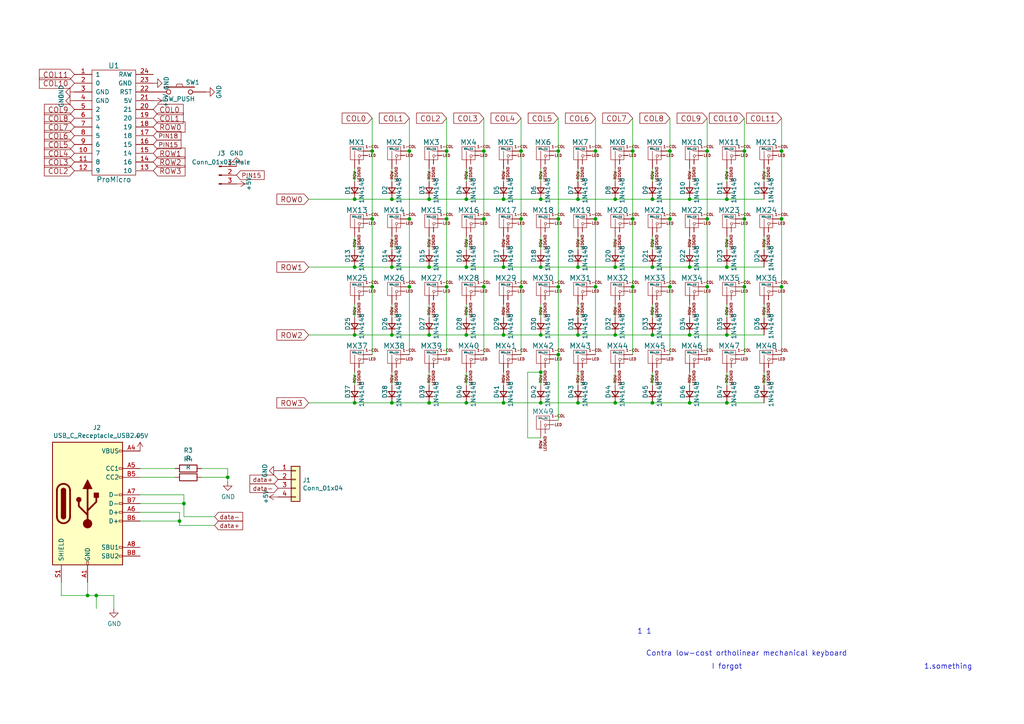
<source format=kicad_sch>
(kicad_sch (version 20211123) (generator eeschema)
  (paper "A4")
  (lib_symbols
    (symbol "Connector:Conn_01x03_Male" (pin_names (offset 1.016) hide)
      (property "Reference" "J" (at 0 5.08 0))
      (property "Value" "Conn_01x03_Male" (at 0 -5.08 0))
      (symbol "Conn_01x03_Male_1_1"
        (pin passive line (at 5.08 2.54 180) (length 3.81) (name "Pin_1") (number "1"))
        (pin passive line (at 5.08 0 180) (length 3.81) (name "Pin_2") (number "2"))
        (pin passive line (at 5.08 -2.54 180) (length 3.81) (name "Pin_3") (number "3"))
      )
    )
    (symbol "Connector:USB_C_Receptacle_USB2.0" (pin_names (offset 1.016))
      (property "Reference" "J" (at -10.16 19.05 0))
      (property "Value" "USB_C_Receptacle_USB2.0" (at 19.05 19.05 0))
      (symbol "USB_C_Receptacle_USB2.0_1_1"
        (pin passive line (at 0 -22.86 90) (length 5.08) (name "GND") (number "A1"))
        (pin passive line (at 0 -22.86 90) (length 5.08) hide (name "GND") (number "A12"))
        (pin passive line (at 15.24 15.24 180) (length 5.08) (name "VBUS") (number "A4"))
        (pin bidirectional line (at 15.24 10.16 180) (length 5.08) (name "CC1") (number "A5"))
        (pin bidirectional line (at 15.24 -2.54 180) (length 5.08) (name "D+") (number "A6"))
        (pin bidirectional line (at 15.24 2.54 180) (length 5.08) (name "D-") (number "A7"))
        (pin bidirectional line (at 15.24 -12.7 180) (length 5.08) (name "SBU1") (number "A8"))
        (pin passive line (at 15.24 15.24 180) (length 5.08) hide (name "VBUS") (number "A9"))
        (pin passive line (at 0 -22.86 90) (length 5.08) hide (name "GND") (number "B1"))
        (pin passive line (at 0 -22.86 90) (length 5.08) hide (name "GND") (number "B12"))
        (pin passive line (at 15.24 15.24 180) (length 5.08) hide (name "VBUS") (number "B4"))
        (pin bidirectional line (at 15.24 7.62 180) (length 5.08) (name "CC2") (number "B5"))
        (pin bidirectional line (at 15.24 -5.08 180) (length 5.08) (name "D+") (number "B6"))
        (pin bidirectional line (at 15.24 0 180) (length 5.08) (name "D-") (number "B7"))
        (pin bidirectional line (at 15.24 -15.24 180) (length 5.08) (name "SBU2") (number "B8"))
        (pin passive line (at 15.24 15.24 180) (length 5.08) hide (name "VBUS") (number "B9"))
        (pin passive line (at -7.62 -22.86 90) (length 5.08) (name "SHIELD") (number "S1"))
      )
    )
    (symbol "Connector_Generic:Conn_01x04" (pin_names (offset 1.016) hide)
      (property "Reference" "J" (at 0 5.08 0))
      (property "Value" "Conn_01x04" (at 0 -7.62 0))
      (symbol "Conn_01x04_1_1"
        (pin passive line (at -5.08 2.54 0) (length 3.81) (name "Pin_1") (number "1"))
        (pin passive line (at -5.08 0 0) (length 3.81) (name "Pin_2") (number "2"))
        (pin passive line (at -5.08 -2.54 0) (length 3.81) (name "Pin_3") (number "3"))
        (pin passive line (at -5.08 -5.08 0) (length 3.81) (name "Pin_4") (number "4"))
      )
    )
    (symbol "Contra-rescue:MX-1U-MX_Alps_Hybrids" (pin_names (offset 1.016))
      (property "Reference" "MX" (at 0 3.175 0))
      (property "Value" "MX-1U-MX_Alps_Hybrids" (at 0 1.27 0))
      (symbol "MX-1U-MX_Alps_Hybrids_0_0"
        (text "1-COL" (at 4.445 1.905 0) (effects (font (size 0.762 0.762))))
        (text "LED" (at 4.445 -0.635 0) (effects (font (size 0.762 0.762))))
        (text "ROW" (at -0.635 -5.08 900) (effects (font (size 0.762 0.762)) (justify right)))
      )
      (symbol "MX-1U-MX_Alps_Hybrids_1_0"
        (text "LEDGND" (at 0.635 -3.81 900) (effects (font (size 0.762 0.762)) (justify right)))
      )
      (symbol "MX-1U-MX_Alps_Hybrids_1_1"
        (pin passive line (at 4.445 0.635 180) (length 2.54) (name "COL") (number "1"))
        (pin passive line (at -0.635 -4.445 90) (length 2.54) (name "ROW") (number "2"))
        (pin passive line (at 3.175 -0.635 180) (length 1.27) (name "LED") (number "3"))
        (pin passive line (at 0.635 -3.175 90) (length 1.27) (name "LEDGND") (number "4"))
      )
    )
    (symbol "Contra-rescue:MX-2U-MX_Alps_Hybrids" (pin_names (offset 1.016))
      (property "Reference" "MX" (at 0 3.175 0))
      (property "Value" "MX-2U-MX_Alps_Hybrids" (at 0 1.27 0))
      (symbol "MX-2U-MX_Alps_Hybrids_0_0"
        (text "1-COL" (at 4.445 1.905 0) (effects (font (size 0.762 0.762))))
        (text "LED" (at 4.445 -0.635 0) (effects (font (size 0.762 0.762))))
        (text "ROW" (at -0.635 -5.08 900) (effects (font (size 0.762 0.762)) (justify right)))
      )
      (symbol "MX-2U-MX_Alps_Hybrids_1_0"
        (text "LEDGND" (at 0.635 -3.81 900) (effects (font (size 0.762 0.762)) (justify right)))
      )
      (symbol "MX-2U-MX_Alps_Hybrids_1_1"
        (pin passive line (at 4.445 0.635 180) (length 2.54) (name "COL") (number "1"))
        (pin passive line (at -0.635 -4.445 90) (length 2.54) (name "ROW") (number "2"))
        (pin passive line (at 3.175 -0.635 180) (length 1.27) (name "LED") (number "3"))
        (pin passive line (at 0.635 -3.175 90) (length 1.27) (name "LEDGND") (number "4"))
      )
    )
    (symbol "Contra-rescue:SW_PUSH-keyboard_parts" (pin_numbers hide) (pin_names (offset 1.016) hide)
      (property "Reference" "SW" (at 3.81 2.794 0))
      (property "Value" "SW_PUSH-keyboard_parts" (at 0 -2.032 0))
      (symbol "SW_PUSH-keyboard_parts_0_1"
        (pin passive inverted (at -7.62 0 0) (length 5.08) (name "1") (number "1"))
        (pin passive inverted (at 7.62 0 180) (length 5.08) (name "2") (number "2"))
      )
    )
    (symbol "Device:D_Small" (pin_numbers hide) (pin_names (offset 0.254) hide)
      (property "Reference" "D" (at -1.27 2.032 0))
      (property "Value" "D_Small" (at -3.81 -2.032 0))
      (symbol "D_Small_1_1"
        (pin passive line (at -2.54 0 0) (length 1.778) (name "K") (number "1"))
        (pin passive line (at 2.54 0 180) (length 1.778) (name "A") (number "2"))
      )
    )
    (symbol "Device:R" (pin_numbers hide) (pin_names (offset 0))
      (property "Reference" "R" (at 2.032 0 90))
      (property "Value" "R" (at 0 0 90))
      (symbol "R_1_1"
        (pin passive line (at 0 3.81 270) (length 1.27) (name "~") (number "1"))
        (pin passive line (at 0 -3.81 90) (length 1.27) (name "~") (number "2"))
      )
    )
    (symbol "arisutea-bt-pcb:power_+5V" (power) (pin_names (offset 0))
      (property "Value" "arisutea-bt-pcb_power_+5V" (at 0 3.556 0))
      (symbol "power_+5V_1_1"
        (pin power_in line (at 0 0 90) (length 0) hide (name "+5V") (number "1"))
      )
    )
    (symbol "arisutea-bt-pcb:power_GND" (power) (pin_names (offset 0))
      (property "Value" "arisutea-bt-pcb_power_GND" (at 0 -3.81 0))
      (symbol "power_GND_1_1"
        (pin power_in line (at 0 0 270) (length 0) hide (name "GND") (number "1"))
      )
    )
    (symbol "josh:ProMicro" (pin_names (offset 1.016))
      (property "Reference" "U" (at 0 26.67 0))
      (property "Value" "ProMicro" (at 0 -6.35 0))
      (symbol "ProMicro_1_1"
        (pin input line (at -11.43 24.13 0) (length 5.08) (name "1") (number "1"))
        (pin input line (at -11.43 1.27 0) (length 5.08) (name "7") (number "10"))
        (pin input line (at -11.43 -1.27 0) (length 5.08) (name "8") (number "11"))
        (pin input line (at -11.43 -3.81 0) (length 5.08) (name "9") (number "12"))
        (pin input line (at 11.43 -3.81 180) (length 5.08) (name "10") (number "13"))
        (pin input line (at 11.43 -1.27 180) (length 5.08) (name "16") (number "14"))
        (pin input line (at 11.43 1.27 180) (length 5.08) (name "14") (number "15"))
        (pin input line (at 11.43 3.81 180) (length 5.08) (name "15") (number "16"))
        (pin input line (at 11.43 6.35 180) (length 5.08) (name "18") (number "17"))
        (pin input line (at 11.43 8.89 180) (length 5.08) (name "19") (number "18"))
        (pin input line (at 11.43 11.43 180) (length 5.08) (name "20") (number "19"))
        (pin input line (at -11.43 21.59 0) (length 5.08) (name "0") (number "2"))
        (pin input line (at 11.43 13.97 180) (length 5.08) (name "21") (number "20"))
        (pin input line (at 11.43 16.51 180) (length 5.08) (name "5V") (number "21"))
        (pin input line (at 11.43 19.05 180) (length 5.08) (name "RST") (number "22"))
        (pin input line (at 11.43 21.59 180) (length 5.08) (name "GND") (number "23"))
        (pin input line (at 11.43 24.13 180) (length 5.08) (name "RAW") (number "24"))
        (pin input line (at -11.43 19.05 0) (length 5.08) (name "GND") (number "3"))
        (pin input line (at -11.43 16.51 0) (length 5.08) (name "GND") (number "4"))
        (pin input line (at -11.43 13.97 0) (length 5.08) (name "2") (number "5"))
        (pin input line (at -11.43 11.43 0) (length 5.08) (name "3") (number "6"))
        (pin input line (at -11.43 8.89 0) (length 5.08) (name "4") (number "7"))
        (pin input line (at -11.43 6.35 0) (length 5.08) (name "5") (number "8"))
        (pin input line (at -11.43 3.81 0) (length 5.08) (name "6") (number "9"))
      )
    )
    (symbol "power:+5V" (power) (pin_names (offset 0))
      (property "Value" "+5V" (at 0 3.556 0))
      (symbol "+5V_1_1"
        (pin power_in line (at 0 0 90) (length 0) hide (name "+5V") (number "1"))
      )
    )
    (symbol "power:GND" (power) (pin_names (offset 0))
      (property "Value" "GND" (at 0 -3.81 0))
      (symbol "GND_1_1"
        (pin power_in line (at 0 0 270) (length 0) hide (name "GND") (number "1"))
      )
    )
  )
  (junction (at 205.105 43.815))
  (junction (at 178.435 116.84))
  (junction (at 53.34 146.05))
  (junction (at 146.05 57.785))
  (junction (at 135.255 57.785))
  (junction (at 200.025 57.785))
  (junction (at 66.04 138.43))
  (junction (at 140.335 83.185))
  (junction (at 156.845 116.84))
  (junction (at 167.64 97.155))
  (junction (at 205.105 83.185))
  (junction (at 151.13 63.5))
  (junction (at 25.4 172.72))
  (junction (at 215.9 83.185))
  (junction (at 194.31 63.5))
  (junction (at 102.87 57.785))
  (junction (at 178.435 57.785))
  (junction (at 161.925 102.87))
  (junction (at 172.72 43.815))
  (junction (at 210.82 116.84))
  (junction (at 194.31 43.815))
  (junction (at 102.87 116.84))
  (junction (at 135.255 116.84))
  (junction (at 210.82 97.155))
  (junction (at 183.515 83.185))
  (junction (at 200.025 77.47))
  (junction (at 129.54 43.815))
  (junction (at 113.665 57.785))
  (junction (at 146.05 77.47))
  (junction (at 178.435 97.155))
  (junction (at 183.515 63.5))
  (junction (at 210.82 57.785))
  (junction (at 226.695 83.185))
  (junction (at 172.72 83.185))
  (junction (at 178.435 77.47))
  (junction (at 135.255 97.155))
  (junction (at 107.95 63.5))
  (junction (at 215.9 43.815))
  (junction (at 151.13 83.185))
  (junction (at 118.745 63.5))
  (junction (at 124.46 116.84))
  (junction (at 189.23 77.47))
  (junction (at 124.46 57.785))
  (junction (at 107.95 43.815))
  (junction (at 140.335 43.815))
  (junction (at 146.05 97.155))
  (junction (at 210.82 77.47))
  (junction (at 215.9 63.5))
  (junction (at 129.54 83.185))
  (junction (at 200.025 116.84))
  (junction (at 172.72 63.5))
  (junction (at 200.025 97.155))
  (junction (at 194.31 83.185))
  (junction (at 161.925 43.815))
  (junction (at 189.23 97.155))
  (junction (at 124.46 77.47))
  (junction (at 140.335 63.5))
  (junction (at 156.845 57.785))
  (junction (at 156.845 97.155))
  (junction (at 52.07 151.13))
  (junction (at 205.105 63.5))
  (junction (at 161.925 63.5))
  (junction (at 167.64 77.47))
  (junction (at 189.23 116.84))
  (junction (at 156.845 77.47))
  (junction (at 167.64 57.785))
  (junction (at 151.13 43.815))
  (junction (at 129.54 63.5))
  (junction (at 183.515 43.815))
  (junction (at 113.665 116.84))
  (junction (at 102.87 97.155))
  (junction (at 135.255 77.47))
  (junction (at 226.695 43.815))
  (junction (at 113.665 97.155))
  (junction (at 161.925 83.185))
  (junction (at 113.665 77.47))
  (junction (at 226.695 63.5))
  (junction (at 27.94 172.72))
  (junction (at 146.05 116.84))
  (junction (at 156.845 107.95))
  (junction (at 118.745 83.185))
  (junction (at 107.95 83.185))
  (junction (at 102.87 77.47))
  (junction (at 118.745 43.815))
  (junction (at 189.23 57.785))
  (junction (at 167.64 116.84))
  (junction (at 124.46 97.155))
  (wire (pts (xy 118.745 34.29) (xy 118.745 43.815)))
  (wire (pts (xy 140.335 43.815) (xy 140.335 63.5)))
  (wire (pts (xy 205.105 34.29) (xy 205.105 43.815)))
  (wire (pts (xy 33.02 172.72) (xy 33.02 176.53)))
  (wire (pts (xy 200.025 88.265) (xy 200.025 92.075)))
  (wire (pts (xy 107.95 43.815) (xy 107.95 63.5)))
  (wire (pts (xy 189.23 97.155) (xy 200.025 97.155)))
  (wire (pts (xy 226.695 34.29) (xy 226.695 43.815)))
  (wire (pts (xy 189.23 48.895) (xy 189.23 52.705)))
  (wire (pts (xy 53.34 143.51) (xy 53.34 146.05)))
  (wire (pts (xy 66.04 138.43) (xy 66.04 139.7)))
  (wire (pts (xy 194.31 43.815) (xy 194.31 63.5)))
  (wire (pts (xy 183.515 83.185) (xy 183.515 102.87)))
  (wire (pts (xy 226.695 83.185) (xy 226.695 102.87)))
  (wire (pts (xy 210.82 68.58) (xy 210.82 72.39)))
  (wire (pts (xy 124.46 116.84) (xy 135.255 116.84)))
  (wire (pts (xy 113.665 57.785) (xy 124.46 57.785)))
  (wire (pts (xy 221.615 107.95) (xy 221.615 111.76)))
  (wire (pts (xy 226.695 43.815) (xy 226.695 63.5)))
  (wire (pts (xy 178.435 97.155) (xy 189.23 97.155)))
  (wire (pts (xy 156.845 107.95) (xy 153.035 107.95)))
  (wire (pts (xy 167.64 88.265) (xy 167.64 92.075)))
  (wire (pts (xy 200.025 107.95) (xy 200.025 111.76)))
  (wire (pts (xy 113.665 77.47) (xy 124.46 77.47)))
  (wire (pts (xy 151.13 34.29) (xy 151.13 43.815)))
  (wire (pts (xy 135.255 68.58) (xy 135.255 72.39)))
  (wire (pts (xy 135.255 107.95) (xy 135.255 111.76)))
  (wire (pts (xy 210.82 57.785) (xy 221.615 57.785)))
  (wire (pts (xy 167.64 77.47) (xy 178.435 77.47)))
  (wire (pts (xy 27.94 172.72) (xy 27.94 176.53)))
  (wire (pts (xy 200.025 97.155) (xy 210.82 97.155)))
  (wire (pts (xy 189.23 88.265) (xy 189.23 92.075)))
  (wire (pts (xy 167.64 97.155) (xy 178.435 97.155)))
  (wire (pts (xy 156.845 57.785) (xy 167.64 57.785)))
  (wire (pts (xy 89.535 57.785) (xy 102.87 57.785)))
  (wire (pts (xy 53.34 149.86) (xy 62.23 149.86)))
  (wire (pts (xy 146.05 57.785) (xy 156.845 57.785)))
  (wire (pts (xy 124.46 68.58) (xy 124.46 72.39)))
  (wire (pts (xy 210.82 116.84) (xy 221.615 116.84)))
  (wire (pts (xy 178.435 107.95) (xy 178.435 111.76)))
  (wire (pts (xy 167.64 48.895) (xy 167.64 52.705)))
  (wire (pts (xy 25.4 168.91) (xy 25.4 172.72)))
  (wire (pts (xy 167.64 107.95) (xy 167.64 111.76)))
  (wire (pts (xy 200.025 116.84) (xy 210.82 116.84)))
  (wire (pts (xy 58.42 138.43) (xy 66.04 138.43)))
  (wire (pts (xy 135.255 116.84) (xy 146.05 116.84)))
  (wire (pts (xy 129.54 63.5) (xy 129.54 83.185)))
  (wire (pts (xy 52.07 152.4) (xy 62.23 152.4)))
  (wire (pts (xy 135.255 88.265) (xy 135.255 92.075)))
  (wire (pts (xy 140.335 34.29) (xy 140.335 43.815)))
  (wire (pts (xy 102.87 107.95) (xy 102.87 111.76)))
  (wire (pts (xy 183.515 43.815) (xy 183.515 63.5)))
  (wire (pts (xy 129.54 34.29) (xy 129.54 43.815)))
  (wire (pts (xy 183.515 63.5) (xy 183.515 83.185)))
  (wire (pts (xy 124.46 107.95) (xy 124.46 111.76)))
  (wire (pts (xy 221.615 68.58) (xy 221.615 72.39)))
  (wire (pts (xy 215.9 34.29) (xy 215.9 43.815)))
  (wire (pts (xy 135.255 97.155) (xy 146.05 97.155)))
  (wire (pts (xy 178.435 57.785) (xy 189.23 57.785)))
  (wire (pts (xy 40.64 138.43) (xy 50.8 138.43)))
  (wire (pts (xy 167.64 57.785) (xy 178.435 57.785)))
  (wire (pts (xy 205.105 63.5) (xy 205.105 83.185)))
  (wire (pts (xy 215.9 43.815) (xy 215.9 63.5)))
  (wire (pts (xy 151.13 63.5) (xy 151.13 83.185)))
  (wire (pts (xy 205.105 83.185) (xy 205.105 102.87)))
  (wire (pts (xy 167.64 116.84) (xy 178.435 116.84)))
  (wire (pts (xy 178.435 77.47) (xy 189.23 77.47)))
  (wire (pts (xy 146.05 77.47) (xy 156.845 77.47)))
  (wire (pts (xy 124.46 88.265) (xy 124.46 92.075)))
  (wire (pts (xy 226.695 63.5) (xy 226.695 83.185)))
  (wire (pts (xy 161.925 102.87) (xy 161.925 121.92)))
  (wire (pts (xy 135.255 48.895) (xy 135.255 52.705)))
  (wire (pts (xy 40.64 146.05) (xy 53.34 146.05)))
  (wire (pts (xy 146.05 88.265) (xy 146.05 92.075)))
  (wire (pts (xy 124.46 57.785) (xy 135.255 57.785)))
  (wire (pts (xy 151.13 43.815) (xy 151.13 63.5)))
  (wire (pts (xy 178.435 116.84) (xy 189.23 116.84)))
  (wire (pts (xy 172.72 83.185) (xy 172.72 102.87)))
  (wire (pts (xy 52.07 148.59) (xy 52.07 151.13)))
  (wire (pts (xy 53.34 146.05) (xy 53.34 149.86)))
  (wire (pts (xy 200.025 77.47) (xy 210.82 77.47)))
  (wire (pts (xy 135.255 77.47) (xy 146.05 77.47)))
  (wire (pts (xy 102.87 97.155) (xy 113.665 97.155)))
  (wire (pts (xy 107.95 34.29) (xy 107.95 43.815)))
  (wire (pts (xy 118.745 63.5) (xy 118.745 83.185)))
  (wire (pts (xy 140.335 83.185) (xy 140.335 102.87)))
  (wire (pts (xy 102.87 57.785) (xy 113.665 57.785)))
  (wire (pts (xy 146.05 97.155) (xy 156.845 97.155)))
  (wire (pts (xy 40.64 151.13) (xy 52.07 151.13)))
  (wire (pts (xy 189.23 68.58) (xy 189.23 72.39)))
  (wire (pts (xy 172.72 43.815) (xy 172.72 63.5)))
  (wire (pts (xy 210.82 77.47) (xy 221.615 77.47)))
  (wire (pts (xy 172.72 63.5) (xy 172.72 83.185)))
  (wire (pts (xy 215.9 83.185) (xy 215.9 102.87)))
  (wire (pts (xy 156.845 97.155) (xy 167.64 97.155)))
  (wire (pts (xy 89.535 97.155) (xy 102.87 97.155)))
  (wire (pts (xy 102.87 48.895) (xy 102.87 52.705)))
  (wire (pts (xy 40.64 148.59) (xy 52.07 148.59)))
  (wire (pts (xy 58.42 135.89) (xy 66.04 135.89)))
  (wire (pts (xy 89.535 116.84) (xy 102.87 116.84)))
  (wire (pts (xy 113.665 48.895) (xy 113.665 52.705)))
  (wire (pts (xy 189.23 107.95) (xy 189.23 111.76)))
  (wire (pts (xy 17.78 172.72) (xy 25.4 172.72)))
  (wire (pts (xy 210.82 97.155) (xy 221.615 97.155)))
  (wire (pts (xy 189.23 57.785) (xy 200.025 57.785)))
  (wire (pts (xy 40.64 135.89) (xy 50.8 135.89)))
  (wire (pts (xy 102.87 88.265) (xy 102.87 92.075)))
  (wire (pts (xy 183.515 34.29) (xy 183.515 43.815)))
  (wire (pts (xy 107.95 83.185) (xy 107.95 102.87)))
  (wire (pts (xy 189.23 116.84) (xy 200.025 116.84)))
  (wire (pts (xy 140.335 63.5) (xy 140.335 83.185)))
  (wire (pts (xy 215.9 63.5) (xy 215.9 83.185)))
  (wire (pts (xy 124.46 77.47) (xy 135.255 77.47)))
  (wire (pts (xy 178.435 48.895) (xy 178.435 52.705)))
  (wire (pts (xy 52.07 151.13) (xy 52.07 152.4)))
  (wire (pts (xy 161.925 34.29) (xy 161.925 43.815)))
  (wire (pts (xy 113.665 97.155) (xy 124.46 97.155)))
  (wire (pts (xy 146.05 48.895) (xy 146.05 52.705)))
  (wire (pts (xy 161.925 63.5) (xy 161.925 83.185)))
  (wire (pts (xy 135.255 57.785) (xy 146.05 57.785)))
  (wire (pts (xy 221.615 88.265) (xy 221.615 92.075)))
  (wire (pts (xy 113.665 116.84) (xy 124.46 116.84)))
  (wire (pts (xy 200.025 57.785) (xy 210.82 57.785)))
  (wire (pts (xy 200.025 48.895) (xy 200.025 52.705)))
  (wire (pts (xy 146.05 107.95) (xy 146.05 111.76)))
  (wire (pts (xy 113.665 88.265) (xy 113.665 92.075)))
  (wire (pts (xy 156.845 116.84) (xy 167.64 116.84)))
  (wire (pts (xy 89.535 77.47) (xy 102.87 77.47)))
  (wire (pts (xy 124.46 97.155) (xy 135.255 97.155)))
  (wire (pts (xy 210.82 88.265) (xy 210.82 92.075)))
  (wire (pts (xy 178.435 88.265) (xy 178.435 92.075)))
  (wire (pts (xy 156.845 68.58) (xy 156.845 72.39)))
  (wire (pts (xy 194.31 63.5) (xy 194.31 83.185)))
  (wire (pts (xy 156.845 48.895) (xy 156.845 52.705)))
  (wire (pts (xy 129.54 83.185) (xy 129.54 102.87)))
  (wire (pts (xy 172.72 34.29) (xy 172.72 43.815)))
  (wire (pts (xy 146.05 116.84) (xy 156.845 116.84)))
  (wire (pts (xy 25.4 172.72) (xy 27.94 172.72)))
  (wire (pts (xy 161.925 43.815) (xy 161.925 63.5)))
  (wire (pts (xy 102.87 68.58) (xy 102.87 72.39)))
  (wire (pts (xy 167.64 68.58) (xy 167.64 72.39)))
  (wire (pts (xy 194.31 34.29) (xy 194.31 43.815)))
  (wire (pts (xy 153.035 107.95) (xy 153.035 127)))
  (wire (pts (xy 66.04 135.89) (xy 66.04 138.43)))
  (wire (pts (xy 102.87 116.84) (xy 113.665 116.84)))
  (wire (pts (xy 151.13 83.185) (xy 151.13 102.87)))
  (wire (pts (xy 156.845 77.47) (xy 167.64 77.47)))
  (wire (pts (xy 124.46 48.895) (xy 124.46 52.705)))
  (wire (pts (xy 113.665 107.95) (xy 113.665 111.76)))
  (wire (pts (xy 200.025 68.58) (xy 200.025 72.39)))
  (wire (pts (xy 107.95 63.5) (xy 107.95 83.185)))
  (wire (pts (xy 102.87 77.47) (xy 113.665 77.47)))
  (wire (pts (xy 210.82 48.895) (xy 210.82 52.705)))
  (wire (pts (xy 113.665 68.58) (xy 113.665 72.39)))
  (wire (pts (xy 129.54 43.815) (xy 129.54 63.5)))
  (wire (pts (xy 156.845 88.265) (xy 156.845 92.075)))
  (wire (pts (xy 40.64 143.51) (xy 53.34 143.51)))
  (wire (pts (xy 118.745 83.185) (xy 118.745 102.87)))
  (wire (pts (xy 17.78 168.91) (xy 17.78 172.72)))
  (wire (pts (xy 118.745 43.815) (xy 118.745 63.5)))
  (wire (pts (xy 161.925 83.185) (xy 161.925 102.87)))
  (wire (pts (xy 189.23 77.47) (xy 200.025 77.47)))
  (wire (pts (xy 156.845 107.95) (xy 156.845 111.76)))
  (wire (pts (xy 221.615 48.895) (xy 221.615 52.705)))
  (wire (pts (xy 194.31 83.185) (xy 194.31 102.87)))
  (wire (pts (xy 210.82 107.95) (xy 210.82 111.76)))
  (wire (pts (xy 146.05 68.58) (xy 146.05 72.39)))
  (wire (pts (xy 153.035 127) (xy 156.845 127)))
  (wire (pts (xy 205.105 43.815) (xy 205.105 63.5)))
  (wire (pts (xy 178.435 68.58) (xy 178.435 72.39)))
  (wire (pts (xy 27.94 172.72) (xy 33.02 172.72)))
  (text "1.something\n" (at 267.97 194.31 0) (effects (font (size 1.524 1.524)) (justify left bottom)))
  (text "Contra low-cost ortholinear mechanical keyboard\n" (at 187.325 190.5 0) (effects (font (size 1.524 1.524)) (justify left bottom)))
  (text "I forgot" (at 206.375 194.31 0) (effects (font (size 1.524 1.524)) (justify left bottom)))
  (text "1 1\n" (at 184.785 184.15 0) (effects (font (size 1.524 1.524)) (justify left bottom)))
  (global_label "ROW2" (shape input) (at 44.45 46.99 0) (effects (font (size 1.524 1.524))) (property "Intersheet References" "${INTERSHEET_REFS}" (effects hide)))
  (global_label "COL7" (shape input) (at 183.515 34.29 180) (effects (font (size 1.524 1.524))) (property "Intersheet References" "${INTERSHEET_REFS}" (effects hide)))
  (global_label "COL2" (shape input) (at 129.54 34.29 180) (effects (font (size 1.524 1.524))) (property "Intersheet References" "${INTERSHEET_REFS}" (effects hide)))
  (global_label "data-" (shape input) (at 62.23 149.86 0) (property "Intersheet References" "${INTERSHEET_REFS}" (effects hide)))
  (global_label "COL9" (shape input) (at 21.59 31.75 180) (effects (font (size 1.524 1.524))) (property "Intersheet References" "${INTERSHEET_REFS}" (effects hide)))
  (global_label "COL0" (shape input) (at 44.45 31.75 0) (effects (font (size 1.524 1.524))) (property "Intersheet References" "${INTERSHEET_REFS}" (effects hide)))
  (global_label "COL0" (shape input) (at 107.95 34.29 180) (effects (font (size 1.524 1.524))) (property "Intersheet References" "${INTERSHEET_REFS}" (effects hide)))
  (global_label "COL6" (shape input) (at 172.72 34.29 180) (effects (font (size 1.524 1.524))) (property "Intersheet References" "${INTERSHEET_REFS}" (effects hide)))
  (global_label "COL11" (shape input) (at 226.695 34.29 180) (effects (font (size 1.524 1.524))) (property "Intersheet References" "${INTERSHEET_REFS}" (effects hide)))
  (global_label "COL4" (shape input) (at 21.59 44.45 180) (effects (font (size 1.524 1.524))) (property "Intersheet References" "${INTERSHEET_REFS}" (effects hide)))
  (global_label "COL3" (shape input) (at 21.59 46.99 180) (effects (font (size 1.524 1.524))) (property "Intersheet References" "${INTERSHEET_REFS}" (effects hide)))
  (global_label "data+" (shape input) (at 80.645 139.065 180) (property "Intersheet References" "${INTERSHEET_REFS}" (effects hide)))
  (global_label "COL10" (shape input) (at 21.59 24.13 180) (effects (font (size 1.524 1.524))) (property "Intersheet References" "${INTERSHEET_REFS}" (effects hide)))
  (global_label "COL8" (shape input) (at 21.59 34.29 180) (effects (font (size 1.524 1.524))) (property "Intersheet References" "${INTERSHEET_REFS}" (effects hide)))
  (global_label "ROW2" (shape input) (at 89.535 97.155 180) (effects (font (size 1.524 1.524))) (property "Intersheet References" "${INTERSHEET_REFS}" (effects hide)))
  (global_label "ROW0" (shape input) (at 89.535 57.785 180) (effects (font (size 1.524 1.524))) (property "Intersheet References" "${INTERSHEET_REFS}" (effects hide)))
  (global_label "PIN15" (shape input) (at 68.58 50.8 0) (property "Intersheet References" "${INTERSHEET_REFS}" (effects hide)))
  (global_label "COL5" (shape input) (at 21.59 41.91 180) (effects (font (size 1.524 1.524))) (property "Intersheet References" "${INTERSHEET_REFS}" (effects hide)))
  (global_label "ROW1" (shape input) (at 44.45 44.45 0) (effects (font (size 1.524 1.524))) (property "Intersheet References" "${INTERSHEET_REFS}" (effects hide)))
  (global_label "COL5" (shape input) (at 161.925 34.29 180) (effects (font (size 1.524 1.524))) (property "Intersheet References" "${INTERSHEET_REFS}" (effects hide)))
  (global_label "COL8" (shape input) (at 194.31 34.29 180) (effects (font (size 1.524 1.524))) (property "Intersheet References" "${INTERSHEET_REFS}" (effects hide)))
  (global_label "ROW3" (shape input) (at 44.45 49.53 0) (effects (font (size 1.524 1.524))) (property "Intersheet References" "${INTERSHEET_REFS}" (effects hide)))
  (global_label "COL11" (shape input) (at 21.59 21.59 180) (effects (font (size 1.524 1.524))) (property "Intersheet References" "${INTERSHEET_REFS}" (effects hide)))
  (global_label "COL6" (shape input) (at 21.59 39.37 180) (effects (font (size 1.524 1.524))) (property "Intersheet References" "${INTERSHEET_REFS}" (effects hide)))
  (global_label "ROW3" (shape input) (at 89.535 116.84 180) (effects (font (size 1.524 1.524))) (property "Intersheet References" "${INTERSHEET_REFS}" (effects hide)))
  (global_label "COL3" (shape input) (at 140.335 34.29 180) (effects (font (size 1.524 1.524))) (property "Intersheet References" "${INTERSHEET_REFS}" (effects hide)))
  (global_label "COL1" (shape input) (at 44.45 34.29 0) (effects (font (size 1.524 1.524))) (property "Intersheet References" "${INTERSHEET_REFS}" (effects hide)))
  (global_label "data-" (shape input) (at 80.645 141.605 180) (property "Intersheet References" "${INTERSHEET_REFS}" (effects hide)))
  (global_label "COL4" (shape input) (at 151.13 34.29 180) (effects (font (size 1.524 1.524))) (property "Intersheet References" "${INTERSHEET_REFS}" (effects hide)))
  (global_label "COL2" (shape input) (at 21.59 49.53 180) (effects (font (size 1.524 1.524))) (property "Intersheet References" "${INTERSHEET_REFS}" (effects hide)))
  (global_label "PIN18" (shape input) (at 44.45 39.37 0) (property "Intersheet References" "${INTERSHEET_REFS}" (effects hide)))
  (global_label "ROW0" (shape input) (at 44.45 36.83 0) (effects (font (size 1.524 1.524))) (property "Intersheet References" "${INTERSHEET_REFS}" (effects hide)))
  (global_label "COL1" (shape input) (at 118.745 34.29 180) (effects (font (size 1.524 1.524))) (property "Intersheet References" "${INTERSHEET_REFS}" (effects hide)))
  (global_label "COL10" (shape input) (at 215.9 34.29 180) (effects (font (size 1.524 1.524))) (property "Intersheet References" "${INTERSHEET_REFS}" (effects hide)))
  (global_label "ROW1" (shape input) (at 89.535 77.47 180) (effects (font (size 1.524 1.524))) (property "Intersheet References" "${INTERSHEET_REFS}" (effects hide)))
  (global_label "data+" (shape input) (at 62.23 152.4 0) (property "Intersheet References" "${INTERSHEET_REFS}" (effects hide)))
  (global_label "COL9" (shape input) (at 205.105 34.29 180) (effects (font (size 1.524 1.524))) (property "Intersheet References" "${INTERSHEET_REFS}" (effects hide)))
  (global_label "PIN15" (shape input) (at 44.45 41.91 0) (property "Intersheet References" "${INTERSHEET_REFS}" (effects hide)))
  (global_label "COL7" (shape input) (at 21.59 36.83 180) (effects (font (size 1.524 1.524))) (property "Intersheet References" "${INTERSHEET_REFS}" (effects hide)))
  (symbol (lib_id "josh:ProMicro") (at 33.02 45.72 0) (unit 1)
    (property "Reference" "U1" (at 33.02 19.05 0) (effects (font (size 1.524 1.524))))
    (property "Value" "ProMicro" (at 33.02 52.07 0) (effects (font (size 1.524 1.524))))
    (property "Footprint" "locallib:pro_micro" (effects hide))
  )
  (symbol (lib_id "Contra-rescue:MX-1U-MX_Alps_Hybrids") (at 103.505 44.45 0) (unit 1)
    (property "Reference" "MX1" (at 103.505 41.275 0) (effects (font (size 1.524 1.524))))
    (property "Value" "MX-1U" (at 103.505 43.18 0) (effects (font (size 0.508 0.508))))
    (property "Footprint" "MX_Alps_Hybrid:MX-1U-NoLED" (effects hide))
  )
  (symbol (lib_id "Device:D_Small") (at 102.87 55.245 90) (unit 1)
    (property "Reference" "D1" (at 100.838 56.515 0) (effects (justify left)))
    (property "Value" "1N4148" (at 104.902 59.055 0) (effects (justify left)))
    (property "Footprint" "locallib:D_DO-35_SOD27_P7.62mm_Horizontal-DoubleSided" (effects hide))
  )
  (symbol (lib_id "Contra-rescue:MX-1U-MX_Alps_Hybrids") (at 114.3 44.45 0) (unit 1)
    (property "Reference" "MX2" (at 114.3 41.275 0) (effects (font (size 1.524 1.524))))
    (property "Value" "MX-1U" (at 114.3 43.18 0) (effects (font (size 0.508 0.508))))
    (property "Footprint" "MX_Alps_Hybrid:MX-1U-NoLED" (effects hide))
  )
  (symbol (lib_id "Device:D_Small") (at 113.665 55.245 90) (unit 1)
    (property "Reference" "D2" (at 111.633 56.515 0) (effects (justify left)))
    (property "Value" "1N4148" (at 115.697 59.055 0) (effects (justify left)))
    (property "Footprint" "locallib:D_DO-35_SOD27_P7.62mm_Horizontal-DoubleSided" (effects hide))
  )
  (symbol (lib_id "Contra-rescue:MX-1U-MX_Alps_Hybrids") (at 125.095 44.45 0) (unit 1)
    (property "Reference" "MX3" (at 125.095 41.275 0) (effects (font (size 1.524 1.524))))
    (property "Value" "MX-1U" (at 125.095 43.18 0) (effects (font (size 0.508 0.508))))
    (property "Footprint" "MX_Alps_Hybrid:MX-1U-NoLED" (effects hide))
  )
  (symbol (lib_id "Device:D_Small") (at 124.46 55.245 90) (unit 1)
    (property "Reference" "D3" (at 122.428 56.515 0) (effects (justify left)))
    (property "Value" "1N4148" (at 126.492 59.055 0) (effects (justify left)))
    (property "Footprint" "locallib:D_DO-35_SOD27_P7.62mm_Horizontal-DoubleSided" (effects hide))
  )
  (symbol (lib_id "Contra-rescue:MX-1U-MX_Alps_Hybrids") (at 135.89 44.45 0) (unit 1)
    (property "Reference" "MX4" (at 135.89 41.275 0) (effects (font (size 1.524 1.524))))
    (property "Value" "MX-1U" (at 135.89 43.18 0) (effects (font (size 0.508 0.508))))
    (property "Footprint" "MX_Alps_Hybrid:MX-1U-NoLED" (effects hide))
  )
  (symbol (lib_id "Device:D_Small") (at 135.255 55.245 90) (unit 1)
    (property "Reference" "D4" (at 133.223 56.515 0) (effects (justify left)))
    (property "Value" "1N4148" (at 137.287 59.055 0) (effects (justify left)))
    (property "Footprint" "locallib:D_DO-35_SOD27_P7.62mm_Horizontal-DoubleSided" (effects hide))
  )
  (symbol (lib_id "Contra-rescue:MX-1U-MX_Alps_Hybrids") (at 146.685 44.45 0) (unit 1)
    (property "Reference" "MX5" (at 146.685 41.275 0) (effects (font (size 1.524 1.524))))
    (property "Value" "MX-1U" (at 146.685 43.18 0) (effects (font (size 0.508 0.508))))
    (property "Footprint" "MX_Alps_Hybrid:MX-1U-NoLED" (effects hide))
  )
  (symbol (lib_id "Device:D_Small") (at 146.05 55.245 90) (unit 1)
    (property "Reference" "D5" (at 144.018 56.515 0) (effects (justify left)))
    (property "Value" "1N4148" (at 148.082 59.055 0) (effects (justify left)))
    (property "Footprint" "locallib:D_DO-35_SOD27_P7.62mm_Horizontal-DoubleSided" (effects hide))
  )
  (symbol (lib_id "Contra-rescue:MX-1U-MX_Alps_Hybrids") (at 157.48 44.45 0) (unit 1)
    (property "Reference" "MX6" (at 157.48 41.275 0) (effects (font (size 1.524 1.524))))
    (property "Value" "MX-1U" (at 157.48 43.18 0) (effects (font (size 0.508 0.508))))
    (property "Footprint" "MX_Alps_Hybrid:MX-1U-NoLED" (effects hide))
  )
  (symbol (lib_id "Device:D_Small") (at 156.845 55.245 90) (unit 1)
    (property "Reference" "D6" (at 154.813 56.515 0) (effects (justify left)))
    (property "Value" "1N4148" (at 158.877 59.055 0) (effects (justify left)))
    (property "Footprint" "locallib:D_DO-35_SOD27_P7.62mm_Horizontal-DoubleSided" (effects hide))
  )
  (symbol (lib_id "Contra-rescue:MX-1U-MX_Alps_Hybrids") (at 168.275 44.45 0) (unit 1)
    (property "Reference" "MX7" (at 168.275 41.275 0) (effects (font (size 1.524 1.524))))
    (property "Value" "MX-1U" (at 168.275 43.18 0) (effects (font (size 0.508 0.508))))
    (property "Footprint" "MX_Alps_Hybrid:MX-1U-NoLED" (effects hide))
  )
  (symbol (lib_id "Device:D_Small") (at 167.64 55.245 90) (unit 1)
    (property "Reference" "D7" (at 165.608 56.515 0) (effects (justify left)))
    (property "Value" "1N4148" (at 169.672 59.055 0) (effects (justify left)))
    (property "Footprint" "locallib:D_DO-35_SOD27_P7.62mm_Horizontal-DoubleSided" (effects hide))
  )
  (symbol (lib_id "Contra-rescue:MX-1U-MX_Alps_Hybrids") (at 179.07 44.45 0) (unit 1)
    (property "Reference" "MX8" (at 179.07 41.275 0) (effects (font (size 1.524 1.524))))
    (property "Value" "MX-1U" (at 179.07 43.18 0) (effects (font (size 0.508 0.508))))
    (property "Footprint" "MX_Alps_Hybrid:MX-1U-NoLED" (effects hide))
  )
  (symbol (lib_id "Device:D_Small") (at 178.435 55.245 90) (unit 1)
    (property "Reference" "D8" (at 176.403 56.515 0) (effects (justify left)))
    (property "Value" "1N4148" (at 180.467 59.055 0) (effects (justify left)))
    (property "Footprint" "locallib:D_DO-35_SOD27_P7.62mm_Horizontal-DoubleSided" (effects hide))
  )
  (symbol (lib_id "Contra-rescue:MX-1U-MX_Alps_Hybrids") (at 189.865 44.45 0) (unit 1)
    (property "Reference" "MX9" (at 189.865 41.275 0) (effects (font (size 1.524 1.524))))
    (property "Value" "MX-1U" (at 189.865 43.18 0) (effects (font (size 0.508 0.508))))
    (property "Footprint" "MX_Alps_Hybrid:MX-1U-NoLED" (effects hide))
  )
  (symbol (lib_id "Device:D_Small") (at 189.23 55.245 90) (unit 1)
    (property "Reference" "D9" (at 187.198 56.515 0) (effects (justify left)))
    (property "Value" "1N4148" (at 191.262 59.055 0) (effects (justify left)))
    (property "Footprint" "locallib:D_DO-35_SOD27_P7.62mm_Horizontal-DoubleSided" (effects hide))
  )
  (symbol (lib_id "Contra-rescue:MX-1U-MX_Alps_Hybrids") (at 200.66 44.45 0) (unit 1)
    (property "Reference" "MX10" (at 200.66 41.275 0) (effects (font (size 1.524 1.524))))
    (property "Value" "MX-1U" (at 200.66 43.18 0) (effects (font (size 0.508 0.508))))
    (property "Footprint" "MX_Alps_Hybrid:MX-1U-NoLED" (effects hide))
  )
  (symbol (lib_id "Device:D_Small") (at 200.025 55.245 90) (unit 1)
    (property "Reference" "D10" (at 197.993 56.515 0) (effects (justify left)))
    (property "Value" "1N4148" (at 202.057 59.055 0) (effects (justify left)))
    (property "Footprint" "locallib:D_DO-35_SOD27_P7.62mm_Horizontal-DoubleSided" (effects hide))
  )
  (symbol (lib_id "Contra-rescue:MX-1U-MX_Alps_Hybrids") (at 211.455 44.45 0) (unit 1)
    (property "Reference" "MX11" (at 211.455 41.275 0) (effects (font (size 1.524 1.524))))
    (property "Value" "MX-1U" (at 211.455 43.18 0) (effects (font (size 0.508 0.508))))
    (property "Footprint" "MX_Alps_Hybrid:MX-1U-NoLED" (effects hide))
  )
  (symbol (lib_id "Device:D_Small") (at 210.82 55.245 90) (unit 1)
    (property "Reference" "D11" (at 208.788 56.515 0) (effects (justify left)))
    (property "Value" "1N4148" (at 212.852 59.055 0) (effects (justify left)))
    (property "Footprint" "locallib:D_DO-35_SOD27_P7.62mm_Horizontal-DoubleSided" (effects hide))
  )
  (symbol (lib_id "Contra-rescue:MX-1U-MX_Alps_Hybrids") (at 222.25 44.45 0) (unit 1)
    (property "Reference" "MX12" (at 222.25 41.275 0) (effects (font (size 1.524 1.524))))
    (property "Value" "MX-1U" (at 222.25 43.18 0) (effects (font (size 0.508 0.508))))
    (property "Footprint" "MX_Alps_Hybrid:MX-1U-NoLED" (effects hide))
  )
  (symbol (lib_id "Device:D_Small") (at 221.615 55.245 90) (unit 1)
    (property "Reference" "D12" (at 219.583 56.515 0) (effects (justify left)))
    (property "Value" "1N4148" (at 223.647 59.055 0) (effects (justify left)))
    (property "Footprint" "locallib:D_DO-35_SOD27_P7.62mm_Horizontal-DoubleSided" (effects hide))
  )
  (symbol (lib_id "Contra-rescue:MX-1U-MX_Alps_Hybrids") (at 103.505 64.135 0) (unit 1)
    (property "Reference" "MX13" (at 103.505 60.96 0) (effects (font (size 1.524 1.524))))
    (property "Value" "MX-1U" (at 103.505 62.865 0) (effects (font (size 0.508 0.508))))
    (property "Footprint" "MX_Alps_Hybrid:MX-1U-NoLED" (effects hide))
  )
  (symbol (lib_id "Device:D_Small") (at 102.87 74.93 90) (unit 1)
    (property "Reference" "D13" (at 100.838 76.2 0) (effects (justify left)))
    (property "Value" "1N4148" (at 104.902 78.74 0) (effects (justify left)))
    (property "Footprint" "locallib:D_DO-35_SOD27_P7.62mm_Horizontal-DoubleSided" (effects hide))
  )
  (symbol (lib_id "Contra-rescue:MX-1U-MX_Alps_Hybrids") (at 114.3 64.135 0) (unit 1)
    (property "Reference" "MX14" (at 114.3 60.96 0) (effects (font (size 1.524 1.524))))
    (property "Value" "MX-1U" (at 114.3 62.865 0) (effects (font (size 0.508 0.508))))
    (property "Footprint" "MX_Alps_Hybrid:MX-1U-NoLED" (effects hide))
  )
  (symbol (lib_id "Device:D_Small") (at 113.665 74.93 90) (unit 1)
    (property "Reference" "D14" (at 111.633 76.2 0) (effects (justify left)))
    (property "Value" "1N4148" (at 115.697 78.74 0) (effects (justify left)))
    (property "Footprint" "locallib:D_DO-35_SOD27_P7.62mm_Horizontal-DoubleSided" (effects hide))
  )
  (symbol (lib_id "Contra-rescue:MX-1U-MX_Alps_Hybrids") (at 125.095 64.135 0) (unit 1)
    (property "Reference" "MX15" (at 125.095 60.96 0) (effects (font (size 1.524 1.524))))
    (property "Value" "MX-1U" (at 125.095 62.865 0) (effects (font (size 0.508 0.508))))
    (property "Footprint" "MX_Alps_Hybrid:MX-1U-NoLED" (effects hide))
  )
  (symbol (lib_id "Device:D_Small") (at 124.46 74.93 90) (unit 1)
    (property "Reference" "D15" (at 122.428 76.2 0) (effects (justify left)))
    (property "Value" "1N4148" (at 126.492 78.74 0) (effects (justify left)))
    (property "Footprint" "locallib:D_DO-35_SOD27_P7.62mm_Horizontal-DoubleSided" (effects hide))
  )
  (symbol (lib_id "Contra-rescue:MX-1U-MX_Alps_Hybrids") (at 135.89 64.135 0) (unit 1)
    (property "Reference" "MX16" (at 135.89 60.96 0) (effects (font (size 1.524 1.524))))
    (property "Value" "MX-1U" (at 135.89 62.865 0) (effects (font (size 0.508 0.508))))
    (property "Footprint" "MX_Alps_Hybrid:MX-1U-NoLED" (effects hide))
  )
  (symbol (lib_id "Device:D_Small") (at 135.255 74.93 90) (unit 1)
    (property "Reference" "D16" (at 133.223 76.2 0) (effects (justify left)))
    (property "Value" "1N4148" (at 137.287 78.74 0) (effects (justify left)))
    (property "Footprint" "locallib:D_DO-35_SOD27_P7.62mm_Horizontal-DoubleSided" (effects hide))
  )
  (symbol (lib_id "Contra-rescue:MX-1U-MX_Alps_Hybrids") (at 146.685 64.135 0) (unit 1)
    (property "Reference" "MX17" (at 146.685 60.96 0) (effects (font (size 1.524 1.524))))
    (property "Value" "MX-1U" (at 146.685 62.865 0) (effects (font (size 0.508 0.508))))
    (property "Footprint" "MX_Alps_Hybrid:MX-1U-NoLED" (effects hide))
  )
  (symbol (lib_id "Device:D_Small") (at 146.05 74.93 90) (unit 1)
    (property "Reference" "D17" (at 144.018 76.2 0) (effects (justify left)))
    (property "Value" "1N4148" (at 148.082 78.74 0) (effects (justify left)))
    (property "Footprint" "locallib:D_DO-35_SOD27_P7.62mm_Horizontal-DoubleSided" (effects hide))
  )
  (symbol (lib_id "Contra-rescue:MX-1U-MX_Alps_Hybrids") (at 157.48 64.135 0) (unit 1)
    (property "Reference" "MX18" (at 157.48 60.96 0) (effects (font (size 1.524 1.524))))
    (property "Value" "MX-1U" (at 157.48 62.865 0) (effects (font (size 0.508 0.508))))
    (property "Footprint" "MX_Alps_Hybrid:MX-1U-NoLED" (effects hide))
  )
  (symbol (lib_id "Device:D_Small") (at 156.845 74.93 90) (unit 1)
    (property "Reference" "D18" (at 154.813 76.2 0) (effects (justify left)))
    (property "Value" "1N4148" (at 158.877 78.74 0) (effects (justify left)))
    (property "Footprint" "locallib:D_DO-35_SOD27_P7.62mm_Horizontal-DoubleSided" (effects hide))
  )
  (symbol (lib_id "Contra-rescue:MX-1U-MX_Alps_Hybrids") (at 168.275 64.135 0) (unit 1)
    (property "Reference" "MX19" (at 168.275 60.96 0) (effects (font (size 1.524 1.524))))
    (property "Value" "MX-1U" (at 168.275 62.865 0) (effects (font (size 0.508 0.508))))
    (property "Footprint" "MX_Alps_Hybrid:MX-1U-NoLED" (effects hide))
  )
  (symbol (lib_id "Device:D_Small") (at 167.64 74.93 90) (unit 1)
    (property "Reference" "D19" (at 165.608 76.2 0) (effects (justify left)))
    (property "Value" "1N4148" (at 169.672 78.74 0) (effects (justify left)))
    (property "Footprint" "locallib:D_DO-35_SOD27_P7.62mm_Horizontal-DoubleSided" (effects hide))
  )
  (symbol (lib_id "Contra-rescue:MX-1U-MX_Alps_Hybrids") (at 179.07 64.135 0) (unit 1)
    (property "Reference" "MX20" (at 179.07 60.96 0) (effects (font (size 1.524 1.524))))
    (property "Value" "MX-1U" (at 179.07 62.865 0) (effects (font (size 0.508 0.508))))
    (property "Footprint" "MX_Alps_Hybrid:MX-1U-NoLED" (effects hide))
  )
  (symbol (lib_id "Device:D_Small") (at 178.435 74.93 90) (unit 1)
    (property "Reference" "D20" (at 176.403 76.2 0) (effects (justify left)))
    (property "Value" "1N4148" (at 180.467 78.74 0) (effects (justify left)))
    (property "Footprint" "locallib:D_DO-35_SOD27_P7.62mm_Horizontal-DoubleSided" (effects hide))
  )
  (symbol (lib_id "Contra-rescue:MX-1U-MX_Alps_Hybrids") (at 189.865 64.135 0) (unit 1)
    (property "Reference" "MX21" (at 189.865 60.96 0) (effects (font (size 1.524 1.524))))
    (property "Value" "MX-1U" (at 189.865 62.865 0) (effects (font (size 0.508 0.508))))
    (property "Footprint" "MX_Alps_Hybrid:MX-1U-NoLED" (effects hide))
  )
  (symbol (lib_id "Device:D_Small") (at 189.23 74.93 90) (unit 1)
    (property "Reference" "D21" (at 187.198 76.2 0) (effects (justify left)))
    (property "Value" "1N4148" (at 191.262 78.74 0) (effects (justify left)))
    (property "Footprint" "locallib:D_DO-35_SOD27_P7.62mm_Horizontal-DoubleSided" (effects hide))
  )
  (symbol (lib_id "Contra-rescue:MX-1U-MX_Alps_Hybrids") (at 200.66 64.135 0) (unit 1)
    (property "Reference" "MX22" (at 200.66 60.96 0) (effects (font (size 1.524 1.524))))
    (property "Value" "MX-1U" (at 200.66 62.865 0) (effects (font (size 0.508 0.508))))
    (property "Footprint" "MX_Alps_Hybrid:MX-1U-NoLED" (effects hide))
  )
  (symbol (lib_id "Device:D_Small") (at 200.025 74.93 90) (unit 1)
    (property "Reference" "D22" (at 197.993 76.2 0) (effects (justify left)))
    (property "Value" "1N4148" (at 202.057 78.74 0) (effects (justify left)))
    (property "Footprint" "locallib:D_DO-35_SOD27_P7.62mm_Horizontal-DoubleSided" (effects hide))
  )
  (symbol (lib_id "Contra-rescue:MX-1U-MX_Alps_Hybrids") (at 211.455 64.135 0) (unit 1)
    (property "Reference" "MX23" (at 211.455 60.96 0) (effects (font (size 1.524 1.524))))
    (property "Value" "MX-1U" (at 211.455 62.865 0) (effects (font (size 0.508 0.508))))
    (property "Footprint" "MX_Alps_Hybrid:MX-1U-NoLED" (effects hide))
  )
  (symbol (lib_id "Device:D_Small") (at 210.82 74.93 90) (unit 1)
    (property "Reference" "D23" (at 208.788 76.2 0) (effects (justify left)))
    (property "Value" "1N4148" (at 212.852 78.74 0) (effects (justify left)))
    (property "Footprint" "locallib:D_DO-35_SOD27_P7.62mm_Horizontal-DoubleSided" (effects hide))
  )
  (symbol (lib_id "Contra-rescue:MX-1U-MX_Alps_Hybrids") (at 222.25 64.135 0) (unit 1)
    (property "Reference" "MX24" (at 222.25 60.96 0) (effects (font (size 1.524 1.524))))
    (property "Value" "MX-1U" (at 222.25 62.865 0) (effects (font (size 0.508 0.508))))
    (property "Footprint" "MX_Alps_Hybrid:MX-1U-NoLED" (effects hide))
  )
  (symbol (lib_id "Device:D_Small") (at 221.615 74.93 90) (unit 1)
    (property "Reference" "D24" (at 219.583 76.2 0) (effects (justify left)))
    (property "Value" "1N4148" (at 223.647 78.74 0) (effects (justify left)))
    (property "Footprint" "locallib:D_DO-35_SOD27_P7.62mm_Horizontal-DoubleSided" (effects hide))
  )
  (symbol (lib_id "Contra-rescue:MX-1U-MX_Alps_Hybrids") (at 103.505 83.82 0) (unit 1)
    (property "Reference" "MX25" (at 103.505 80.645 0) (effects (font (size 1.524 1.524))))
    (property "Value" "MX-1U" (at 103.505 82.55 0) (effects (font (size 0.508 0.508))))
    (property "Footprint" "MX_Alps_Hybrid:MX-1U-NoLED" (effects hide))
  )
  (symbol (lib_id "Device:D_Small") (at 102.87 94.615 90) (unit 1)
    (property "Reference" "D25" (at 100.838 95.885 0) (effects (justify left)))
    (property "Value" "1N4148" (at 104.902 98.425 0) (effects (justify left)))
    (property "Footprint" "locallib:D_DO-35_SOD27_P7.62mm_Horizontal-DoubleSided" (effects hide))
  )
  (symbol (lib_id "Contra-rescue:MX-1U-MX_Alps_Hybrids") (at 114.3 83.82 0) (unit 1)
    (property "Reference" "MX26" (at 114.3 80.645 0) (effects (font (size 1.524 1.524))))
    (property "Value" "MX-1U" (at 114.3 82.55 0) (effects (font (size 0.508 0.508))))
    (property "Footprint" "MX_Alps_Hybrid:MX-1U-NoLED" (effects hide))
  )
  (symbol (lib_id "Device:D_Small") (at 113.665 94.615 90) (unit 1)
    (property "Reference" "D26" (at 111.633 95.885 0) (effects (justify left)))
    (property "Value" "1N4148" (at 115.697 98.425 0) (effects (justify left)))
    (property "Footprint" "locallib:D_DO-35_SOD27_P7.62mm_Horizontal-DoubleSided" (effects hide))
  )
  (symbol (lib_id "Contra-rescue:MX-1U-MX_Alps_Hybrids") (at 125.095 83.82 0) (unit 1)
    (property "Reference" "MX27" (at 125.095 80.645 0) (effects (font (size 1.524 1.524))))
    (property "Value" "MX-1U" (at 125.095 82.55 0) (effects (font (size 0.508 0.508))))
    (property "Footprint" "MX_Alps_Hybrid:MX-1U-NoLED" (effects hide))
  )
  (symbol (lib_id "Device:D_Small") (at 124.46 94.615 90) (unit 1)
    (property "Reference" "D27" (at 122.428 95.885 0) (effects (justify left)))
    (property "Value" "1N4148" (at 126.492 98.425 0) (effects (justify left)))
    (property "Footprint" "locallib:D_DO-35_SOD27_P7.62mm_Horizontal-DoubleSided" (effects hide))
  )
  (symbol (lib_id "Contra-rescue:MX-1U-MX_Alps_Hybrids") (at 135.89 83.82 0) (unit 1)
    (property "Reference" "MX28" (at 135.89 80.645 0) (effects (font (size 1.524 1.524))))
    (property "Value" "MX-1U" (at 135.89 82.55 0) (effects (font (size 0.508 0.508))))
    (property "Footprint" "MX_Alps_Hybrid:MX-1U-NoLED" (effects hide))
  )
  (symbol (lib_id "Device:D_Small") (at 135.255 94.615 90) (unit 1)
    (property "Reference" "D28" (at 133.223 95.885 0) (effects (justify left)))
    (property "Value" "1N4148" (at 137.287 98.425 0) (effects (justify left)))
    (property "Footprint" "locallib:D_DO-35_SOD27_P7.62mm_Horizontal-DoubleSided" (effects hide))
  )
  (symbol (lib_id "Contra-rescue:MX-1U-MX_Alps_Hybrids") (at 146.685 83.82 0) (unit 1)
    (property "Reference" "MX29" (at 146.685 80.645 0) (effects (font (size 1.524 1.524))))
    (property "Value" "MX-1U" (at 146.685 82.55 0) (effects (font (size 0.508 0.508))))
    (property "Footprint" "MX_Alps_Hybrid:MX-1U-NoLED" (effects hide))
  )
  (symbol (lib_id "Device:D_Small") (at 146.05 94.615 90) (unit 1)
    (property "Reference" "D29" (at 144.018 95.885 0) (effects (justify left)))
    (property "Value" "1N4148" (at 148.082 98.425 0) (effects (justify left)))
    (property "Footprint" "locallib:D_DO-35_SOD27_P7.62mm_Horizontal-DoubleSided" (effects hide))
  )
  (symbol (lib_id "Contra-rescue:MX-1U-MX_Alps_Hybrids") (at 157.48 83.82 0) (unit 1)
    (property "Reference" "MX30" (at 157.48 80.645 0) (effects (font (size 1.524 1.524))))
    (property "Value" "MX-1U" (at 157.48 82.55 0) (effects (font (size 0.508 0.508))))
    (property "Footprint" "MX_Alps_Hybrid:MX-1U-NoLED" (effects hide))
  )
  (symbol (lib_id "Device:D_Small") (at 156.845 94.615 90) (unit 1)
    (property "Reference" "D30" (at 154.813 95.885 0) (effects (justify left)))
    (property "Value" "1N4148" (at 158.877 98.425 0) (effects (justify left)))
    (property "Footprint" "locallib:D_DO-35_SOD27_P7.62mm_Horizontal-DoubleSided" (effects hide))
  )
  (symbol (lib_id "Contra-rescue:MX-1U-MX_Alps_Hybrids") (at 168.275 83.82 0) (unit 1)
    (property "Reference" "MX31" (at 168.275 80.645 0) (effects (font (size 1.524 1.524))))
    (property "Value" "MX-1U" (at 168.275 82.55 0) (effects (font (size 0.508 0.508))))
    (property "Footprint" "MX_Alps_Hybrid:MX-1U-NoLED" (effects hide))
  )
  (symbol (lib_id "Device:D_Small") (at 167.64 94.615 90) (unit 1)
    (property "Reference" "D31" (at 165.608 95.885 0) (effects (justify left)))
    (property "Value" "1N4148" (at 169.672 98.425 0) (effects (justify left)))
    (property "Footprint" "locallib:D_DO-35_SOD27_P7.62mm_Horizontal-DoubleSided" (effects hide))
  )
  (symbol (lib_id "Contra-rescue:MX-1U-MX_Alps_Hybrids") (at 179.07 83.82 0) (unit 1)
    (property "Reference" "MX32" (at 179.07 80.645 0) (effects (font (size 1.524 1.524))))
    (property "Value" "MX-1U" (at 179.07 82.55 0) (effects (font (size 0.508 0.508))))
    (property "Footprint" "MX_Alps_Hybrid:MX-1U-NoLED" (effects hide))
  )
  (symbol (lib_id "Device:D_Small") (at 178.435 94.615 90) (unit 1)
    (property "Reference" "D32" (at 176.403 95.885 0) (effects (justify left)))
    (property "Value" "1N4148" (at 180.467 98.425 0) (effects (justify left)))
    (property "Footprint" "locallib:D_DO-35_SOD27_P7.62mm_Horizontal-DoubleSided" (effects hide))
  )
  (symbol (lib_id "Contra-rescue:MX-1U-MX_Alps_Hybrids") (at 189.865 83.82 0) (unit 1)
    (property "Reference" "MX33" (at 189.865 80.645 0) (effects (font (size 1.524 1.524))))
    (property "Value" "MX-1U" (at 189.865 82.55 0) (effects (font (size 0.508 0.508))))
    (property "Footprint" "MX_Alps_Hybrid:MX-1U-NoLED" (effects hide))
  )
  (symbol (lib_id "Device:D_Small") (at 189.23 94.615 90) (unit 1)
    (property "Reference" "D33" (at 187.198 95.885 0) (effects (justify left)))
    (property "Value" "1N4148" (at 191.262 98.425 0) (effects (justify left)))
    (property "Footprint" "locallib:D_DO-35_SOD27_P7.62mm_Horizontal-DoubleSided" (effects hide))
  )
  (symbol (lib_id "Contra-rescue:MX-1U-MX_Alps_Hybrids") (at 200.66 83.82 0) (unit 1)
    (property "Reference" "MX34" (at 200.66 80.645 0) (effects (font (size 1.524 1.524))))
    (property "Value" "MX-1U" (at 200.66 82.55 0) (effects (font (size 0.508 0.508))))
    (property "Footprint" "MX_Alps_Hybrid:MX-1U-NoLED" (effects hide))
  )
  (symbol (lib_id "Device:D_Small") (at 200.025 94.615 90) (unit 1)
    (property "Reference" "D34" (at 197.993 95.885 0) (effects (justify left)))
    (property "Value" "1N4148" (at 202.057 98.425 0) (effects (justify left)))
    (property "Footprint" "locallib:D_DO-35_SOD27_P7.62mm_Horizontal-DoubleSided" (effects hide))
  )
  (symbol (lib_id "Contra-rescue:MX-1U-MX_Alps_Hybrids") (at 211.455 83.82 0) (unit 1)
    (property "Reference" "MX35" (at 211.455 80.645 0) (effects (font (size 1.524 1.524))))
    (property "Value" "MX-1U" (at 211.455 82.55 0) (effects (font (size 0.508 0.508))))
    (property "Footprint" "MX_Alps_Hybrid:MX-1U-NoLED" (effects hide))
  )
  (symbol (lib_id "Device:D_Small") (at 210.82 94.615 90) (unit 1)
    (property "Reference" "D35" (at 208.788 95.885 0) (effects (justify left)))
    (property "Value" "1N4148" (at 212.852 98.425 0) (effects (justify left)))
    (property "Footprint" "locallib:D_DO-35_SOD27_P7.62mm_Horizontal-DoubleSided" (effects hide))
  )
  (symbol (lib_id "Contra-rescue:MX-1U-MX_Alps_Hybrids") (at 222.25 83.82 0) (unit 1)
    (property "Reference" "MX36" (at 222.25 80.645 0) (effects (font (size 1.524 1.524))))
    (property "Value" "MX-1U" (at 222.25 82.55 0) (effects (font (size 0.508 0.508))))
    (property "Footprint" "MX_Alps_Hybrid:MX-1U-NoLED" (effects hide))
  )
  (symbol (lib_id "Device:D_Small") (at 221.615 94.615 90) (unit 1)
    (property "Reference" "D36" (at 219.583 95.885 0) (effects (justify left)))
    (property "Value" "1N4148" (at 223.647 98.425 0) (effects (justify left)))
    (property "Footprint" "locallib:D_DO-35_SOD27_P7.62mm_Horizontal-DoubleSided" (effects hide))
  )
  (symbol (lib_id "Contra-rescue:MX-1U-MX_Alps_Hybrids") (at 103.505 103.505 0) (unit 1)
    (property "Reference" "MX37" (at 103.505 100.33 0) (effects (font (size 1.524 1.524))))
    (property "Value" "MX-1U" (at 103.505 102.235 0) (effects (font (size 0.508 0.508))))
    (property "Footprint" "MX_Alps_Hybrid:MX-1U-NoLED" (effects hide))
  )
  (symbol (lib_id "Device:D_Small") (at 102.87 114.3 90) (unit 1)
    (property "Reference" "D37" (at 100.838 115.57 0) (effects (justify left)))
    (property "Value" "1N4148" (at 104.902 118.11 0) (effects (justify left)))
    (property "Footprint" "locallib:D_DO-35_SOD27_P7.62mm_Horizontal-DoubleSided" (effects hide))
  )
  (symbol (lib_id "Contra-rescue:MX-1U-MX_Alps_Hybrids") (at 114.3 103.505 0) (unit 1)
    (property "Reference" "MX38" (at 114.3 100.33 0) (effects (font (size 1.524 1.524))))
    (property "Value" "MX-1U" (at 114.3 102.235 0) (effects (font (size 0.508 0.508))))
    (property "Footprint" "MX_Alps_Hybrid:MX-1U-NoLED" (effects hide))
  )
  (symbol (lib_id "Device:D_Small") (at 113.665 114.3 90) (unit 1)
    (property "Reference" "D38" (at 111.633 115.57 0) (effects (justify left)))
    (property "Value" "1N4148" (at 115.697 118.11 0) (effects (justify left)))
    (property "Footprint" "locallib:D_DO-35_SOD27_P7.62mm_Horizontal-DoubleSided" (effects hide))
  )
  (symbol (lib_id "Contra-rescue:MX-1U-MX_Alps_Hybrids") (at 125.095 103.505 0) (unit 1)
    (property "Reference" "MX39" (at 125.095 100.33 0) (effects (font (size 1.524 1.524))))
    (property "Value" "MX-1U" (at 125.095 102.235 0) (effects (font (size 0.508 0.508))))
    (property "Footprint" "MX_Alps_Hybrid:MX-1U-NoLED" (effects hide))
  )
  (symbol (lib_id "Device:D_Small") (at 124.46 114.3 90) (unit 1)
    (property "Reference" "D39" (at 122.428 115.57 0) (effects (justify left)))
    (property "Value" "1N4148" (at 126.492 118.11 0) (effects (justify left)))
    (property "Footprint" "locallib:D_DO-35_SOD27_P7.62mm_Horizontal-DoubleSided" (effects hide))
  )
  (symbol (lib_id "Contra-rescue:MX-1U-MX_Alps_Hybrids") (at 135.89 103.505 0) (unit 1)
    (property "Reference" "MX40" (at 135.89 100.33 0) (effects (font (size 1.524 1.524))))
    (property "Value" "MX-1U" (at 135.89 102.235 0) (effects (font (size 0.508 0.508))))
    (property "Footprint" "MX_Alps_Hybrid:MX-1U-NoLED" (effects hide))
  )
  (symbol (lib_id "Device:D_Small") (at 135.255 114.3 90) (unit 1)
    (property "Reference" "D40" (at 133.223 115.57 0) (effects (justify left)))
    (property "Value" "1N4148" (at 137.287 118.11 0) (effects (justify left)))
    (property "Footprint" "locallib:D_DO-35_SOD27_P7.62mm_Horizontal-DoubleSided" (effects hide))
  )
  (symbol (lib_id "Contra-rescue:MX-1U-MX_Alps_Hybrids") (at 146.685 103.505 0) (unit 1)
    (property "Reference" "MX41" (at 146.685 100.33 0) (effects (font (size 1.524 1.524))))
    (property "Value" "MX-1U" (at 146.685 102.235 0) (effects (font (size 0.508 0.508))))
    (property "Footprint" "MX_Alps_Hybrid:MX-1U-NoLED" (effects hide))
  )
  (symbol (lib_id "Device:D_Small") (at 146.05 114.3 90) (unit 1)
    (property "Reference" "D41" (at 144.018 115.57 0) (effects (justify left)))
    (property "Value" "1N4148" (at 148.082 118.11 0) (effects (justify left)))
    (property "Footprint" "locallib:D_DO-35_SOD27_P7.62mm_Horizontal-DoubleSided" (effects hide))
  )
  (symbol (lib_id "Contra-rescue:MX-1U-MX_Alps_Hybrids") (at 157.48 103.505 0) (unit 1)
    (property "Reference" "MX42" (at 157.48 100.33 0) (effects (font (size 1.524 1.524))))
    (property "Value" "MX-1U" (at 157.48 102.235 0) (effects (font (size 0.508 0.508))))
    (property "Footprint" "MX_Alps_Hybrid:MX-1U-NoLED" (effects hide))
  )
  (symbol (lib_id "Device:D_Small") (at 156.845 114.3 90) (unit 1)
    (property "Reference" "D42" (at 154.813 115.57 0) (effects (justify left)))
    (property "Value" "1N4148" (at 158.877 118.11 0) (effects (justify left)))
    (property "Footprint" "locallib:D_DO-35_SOD27_P7.62mm_Horizontal-DoubleSided" (effects hide))
  )
  (symbol (lib_id "Contra-rescue:MX-1U-MX_Alps_Hybrids") (at 168.275 103.505 0) (unit 1)
    (property "Reference" "MX43" (at 168.275 100.33 0) (effects (font (size 1.524 1.524))))
    (property "Value" "MX-1U" (at 168.275 102.235 0) (effects (font (size 0.508 0.508))))
    (property "Footprint" "MX_Alps_Hybrid:MX-1U-NoLED" (effects hide))
  )
  (symbol (lib_id "Device:D_Small") (at 167.64 114.3 90) (unit 1)
    (property "Reference" "D43" (at 165.608 115.57 0) (effects (justify left)))
    (property "Value" "1N4148" (at 169.672 118.11 0) (effects (justify left)))
    (property "Footprint" "locallib:D_DO-35_SOD27_P7.62mm_Horizontal-DoubleSided" (effects hide))
  )
  (symbol (lib_id "Contra-rescue:MX-1U-MX_Alps_Hybrids") (at 179.07 103.505 0) (unit 1)
    (property "Reference" "MX44" (at 179.07 100.33 0) (effects (font (size 1.524 1.524))))
    (property "Value" "MX-1U" (at 179.07 102.235 0) (effects (font (size 0.508 0.508))))
    (property "Footprint" "MX_Alps_Hybrid:MX-1U-NoLED" (effects hide))
  )
  (symbol (lib_id "Device:D_Small") (at 178.435 114.3 90) (unit 1)
    (property "Reference" "D44" (at 176.403 115.57 0) (effects (justify left)))
    (property "Value" "1N4148" (at 180.467 118.11 0) (effects (justify left)))
    (property "Footprint" "locallib:D_DO-35_SOD27_P7.62mm_Horizontal-DoubleSided" (effects hide))
  )
  (symbol (lib_id "Contra-rescue:MX-1U-MX_Alps_Hybrids") (at 189.865 103.505 0) (unit 1)
    (property "Reference" "MX45" (at 189.865 100.33 0) (effects (font (size 1.524 1.524))))
    (property "Value" "MX-1U" (at 189.865 102.235 0) (effects (font (size 0.508 0.508))))
    (property "Footprint" "MX_Alps_Hybrid:MX-1U-NoLED" (effects hide))
  )
  (symbol (lib_id "Device:D_Small") (at 189.23 114.3 90) (unit 1)
    (property "Reference" "D45" (at 187.198 115.57 0) (effects (justify left)))
    (property "Value" "1N4148" (at 191.262 118.11 0) (effects (justify left)))
    (property "Footprint" "locallib:D_DO-35_SOD27_P7.62mm_Horizontal-DoubleSided" (effects hide))
  )
  (symbol (lib_id "Contra-rescue:MX-1U-MX_Alps_Hybrids") (at 200.66 103.505 0) (unit 1)
    (property "Reference" "MX46" (at 200.66 100.33 0) (effects (font (size 1.524 1.524))))
    (property "Value" "MX-1U" (at 200.66 102.235 0) (effects (font (size 0.508 0.508))))
    (property "Footprint" "MX_Alps_Hybrid:MX-1U-NoLED" (effects hide))
  )
  (symbol (lib_id "Device:D_Small") (at 200.025 114.3 90) (unit 1)
    (property "Reference" "D46" (at 197.993 115.57 0) (effects (justify left)))
    (property "Value" "1N4148" (at 202.057 118.11 0) (effects (justify left)))
    (property "Footprint" "locallib:D_DO-35_SOD27_P7.62mm_Horizontal-DoubleSided" (effects hide))
  )
  (symbol (lib_id "Contra-rescue:MX-1U-MX_Alps_Hybrids") (at 211.455 103.505 0) (unit 1)
    (property "Reference" "MX47" (at 211.455 100.33 0) (effects (font (size 1.524 1.524))))
    (property "Value" "MX-1U" (at 211.455 102.235 0) (effects (font (size 0.508 0.508))))
    (property "Footprint" "MX_Alps_Hybrid:MX-1U-NoLED" (effects hide))
  )
  (symbol (lib_id "Device:D_Small") (at 210.82 114.3 90) (unit 1)
    (property "Reference" "D47" (at 208.788 115.57 0) (effects (justify left)))
    (property "Value" "1N4148" (at 212.852 118.11 0) (effects (justify left)))
    (property "Footprint" "locallib:D_DO-35_SOD27_P7.62mm_Horizontal-DoubleSided" (effects hide))
  )
  (symbol (lib_id "Contra-rescue:MX-1U-MX_Alps_Hybrids") (at 222.25 103.505 0) (unit 1)
    (property "Reference" "MX48" (at 222.25 100.33 0) (effects (font (size 1.524 1.524))))
    (property "Value" "MX-1U" (at 222.25 102.235 0) (effects (font (size 0.508 0.508))))
    (property "Footprint" "MX_Alps_Hybrid:MX-1U-NoLED" (effects hide))
  )
  (symbol (lib_id "Device:D_Small") (at 221.615 114.3 90) (unit 1)
    (property "Reference" "D48" (at 219.583 115.57 0) (effects (justify left)))
    (property "Value" "1N4148" (at 223.647 118.11 0) (effects (justify left)))
    (property "Footprint" "locallib:D_DO-35_SOD27_P7.62mm_Horizontal-DoubleSided" (effects hide))
  )
  (symbol (lib_id "Contra-rescue:MX-2U-MX_Alps_Hybrids") (at 157.48 122.555 0) (unit 1)
    (property "Reference" "MX49" (at 157.48 119.38 0) (effects (font (size 1.524 1.524))))
    (property "Value" "MX-2U" (at 157.48 121.285 0) (effects (font (size 0.508 0.508))))
    (property "Footprint" "MX_Alps_Hybrid:MX-2U-ReversedStabilizers-NoLED" (effects hide))
  )
  (symbol (lib_id "power:GND") (at 21.59 26.67 270) (unit 1)
    (property "Reference" "#PWR01" (effects hide))
    (property "Value" "GND" (at 17.78 26.67 0))
  )
  (symbol (lib_id "power:GND") (at 21.59 29.21 270) (unit 1)
    (property "Reference" "#PWR02" (effects hide))
    (property "Value" "GND" (at 17.78 29.21 0))
  )
  (symbol (lib_id "power:GND") (at 44.45 24.13 90) (unit 1)
    (property "Reference" "#PWR03" (effects hide))
    (property "Value" "GND" (at 48.26 24.13 0))
  )
  (symbol (lib_id "Contra-rescue:SW_PUSH-keyboard_parts") (at 52.07 26.67 0) (unit 1)
    (property "Reference" "SW1" (at 55.88 23.876 0))
    (property "Value" "SW_PUSH" (at 52.07 28.702 0))
    (property "Footprint" "Molex-0548190589:PushButton_6x6mm_TH_Pretty" (effects hide))
  )
  (symbol (lib_id "power:GND") (at 59.69 26.67 90) (unit 1)
    (property "Reference" "#PWR04" (effects hide))
    (property "Value" "GND" (at 63.5 26.67 0))
  )
  (symbol (lib_id "power:+5V") (at 44.45 29.21 270) (unit 1)
    (property "Reference" "#PWR05" (effects hide))
    (property "Value" "+5V" (at 48.006 29.21 0))
  )
  (symbol (lib_id "power:+5V") (at 80.645 144.145 90) (unit 1)
    (property "Reference" "#PWR06" (effects hide))
    (property "Value" "+5V" (at 77.089 144.145 0))
  )
  (symbol (lib_id "power:GND") (at 80.645 136.525 270) (unit 1)
    (property "Reference" "#PWR07" (effects hide))
    (property "Value" "GND" (at 76.835 136.525 0))
  )
  (symbol (lib_id "Connector_Generic:Conn_01x04") (at 85.725 139.065 0) (unit 1)
    (property "Reference" "J1" (at 87.757 139.2682 0) (effects (justify left)))
    (property "Value" "Conn_01x04" (at 87.757 141.5796 0) (effects (justify left)))
    (property "Footprint" "Pin_Headers:Pin_Header_Straight_1x04_Pitch2.54mm" (effects hide))
  )
  (symbol (lib_id "Connector:USB_C_Receptacle_USB2.0") (at 25.4 146.05 0) (unit 1)
    (property "Reference" "J2" (at 28.1178 124.0282 0))
    (property "Value" "USB_C_Receptacle_USB2.0" (at 28.1178 126.3396 0))
    (property "Footprint" "Connector_USB:USB_C_Receptacle_HRO_TYPE-C-31-M-12" (effects hide))
    (property "Datasheet" "https://www.usb.org/sites/default/files/documents/usb_type-c.zip" (effects hide))
  )
  (symbol (lib_id "arisutea-bt-pcb:power_GND") (at 33.02 176.53 0) (unit 1)
    (property "Reference" "#PWR0103" (effects hide))
    (property "Value" "power_GND" (at 33.147 180.9242 0))
  )
  (symbol (lib_id "Device:R") (at 54.61 135.89 270) (unit 1)
    (property "Reference" "R3" (at 54.61 130.6322 90))
    (property "Value" "R" (at 54.61 132.9436 90))
    (property "Footprint" "Diode_THT:D_A-405_P5.08mm_Vertical_AnodeUp" (effects hide))
  )
  (symbol (lib_id "Device:R") (at 54.61 138.43 270) (unit 1)
    (property "Reference" "R4" (at 54.61 133.1722 90))
    (property "Value" "R" (at 54.61 135.4836 90))
    (property "Footprint" "Diode_THT:D_A-405_P5.08mm_Vertical_AnodeUp" (effects hide))
  )
  (symbol (lib_id "arisutea-bt-pcb:power_GND") (at 66.04 139.7 0) (unit 1)
    (property "Reference" "#PWR0105" (effects hide))
    (property "Value" "power_GND" (at 66.167 144.0942 0))
  )
  (symbol (lib_id "arisutea-bt-pcb:power_+5V") (at 40.64 130.81 0) (unit 1)
    (property "Reference" "#PWR0101" (effects hide))
    (property "Value" "power_+5V" (at 41.021 126.4158 0))
  )
  (symbol (lib_id "power:+5V") (at 68.58 53.34 270) (unit 1)
    (property "Reference" "#PWR0102" (effects hide))
    (property "Value" "+5V" (at 72.136 53.34 0))
  )
  (symbol (lib_id "Connector:Conn_01x03_Male") (at 63.5 50.8 0) (unit 1)
    (property "Reference" "J3" (at 64.135 44.484 0))
    (property "Value" "Conn_01x03_Male" (at 64.135 47.0209 0))
    (property "Footprint" "Connector:FanPinHeader_1x03_P2.54mm_Vertical" (effects hide))
  )
  (symbol (lib_id "power:GND") (at 68.58 48.26 180) (unit 1)
    (property "Reference" "#PWR0104" (effects hide))
    (property "Value" "GND" (at 68.58 44.45 0))
  )
)
</source>
